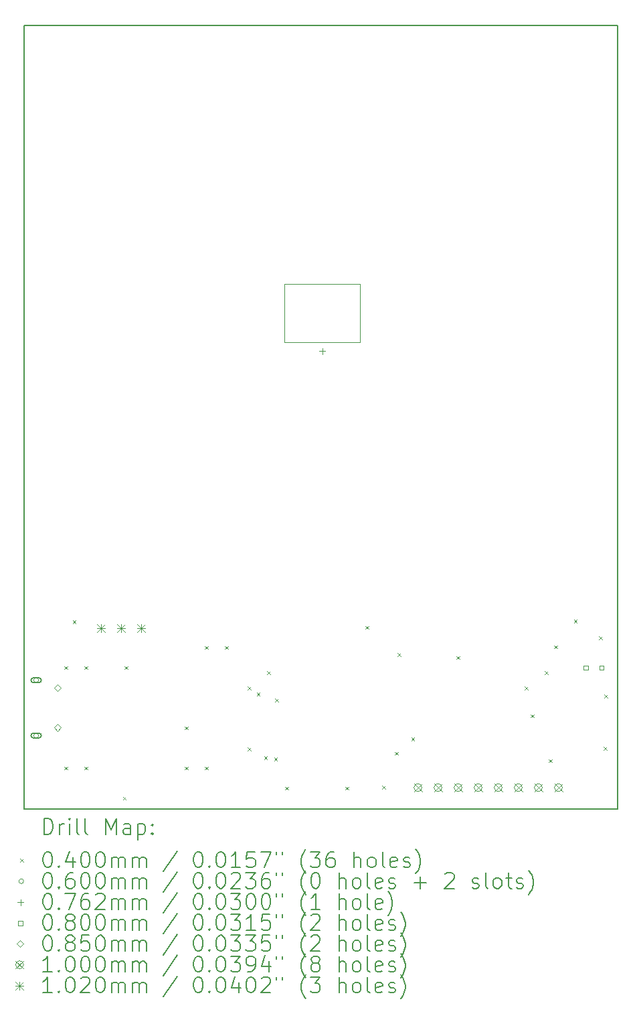
<source format=gbr>
%TF.GenerationSoftware,KiCad,Pcbnew,(6.0.7)*%
%TF.CreationDate,2022-10-30T14:33:14-06:00*%
%TF.ProjectId,attiny_rfid_light,61747469-6e79-45f7-9266-69645f6c6967,rev?*%
%TF.SameCoordinates,Original*%
%TF.FileFunction,Drillmap*%
%TF.FilePolarity,Positive*%
%FSLAX45Y45*%
G04 Gerber Fmt 4.5, Leading zero omitted, Abs format (unit mm)*
G04 Created by KiCad (PCBNEW (6.0.7)) date 2022-10-30 14:33:14*
%MOMM*%
%LPD*%
G01*
G04 APERTURE LIST*
%ADD10C,0.100000*%
%ADD11C,0.200000*%
%ADD12C,0.040000*%
%ADD13C,0.060000*%
%ADD14C,0.076200*%
%ADD15C,0.080000*%
%ADD16C,0.085000*%
%ADD17C,0.102000*%
G04 APERTURE END LIST*
D10*
X9872982Y-8863151D02*
X10835262Y-8863151D01*
X10835262Y-9598376D02*
X9872982Y-9598376D01*
X9872982Y-9598376D02*
X9872982Y-8863151D01*
D11*
X6585078Y-5595631D02*
X14088262Y-5595631D01*
X14088262Y-5595631D02*
X14088262Y-15501631D01*
X14088262Y-15501631D02*
X6585078Y-15501631D01*
X6585078Y-15501631D02*
X6585078Y-5595631D01*
D10*
X10835262Y-8863151D02*
X10835262Y-9598376D01*
D11*
D12*
X7092000Y-13696000D02*
X7132000Y-13736000D01*
X7132000Y-13696000D02*
X7092000Y-13736000D01*
X7092000Y-14966000D02*
X7132000Y-15006000D01*
X7132000Y-14966000D02*
X7092000Y-15006000D01*
X7197357Y-13117320D02*
X7237357Y-13157320D01*
X7237357Y-13117320D02*
X7197357Y-13157320D01*
X7346000Y-13696000D02*
X7386000Y-13736000D01*
X7386000Y-13696000D02*
X7346000Y-13736000D01*
X7346000Y-14966000D02*
X7386000Y-15006000D01*
X7386000Y-14966000D02*
X7346000Y-15006000D01*
X7832452Y-15347208D02*
X7872452Y-15387208D01*
X7872452Y-15347208D02*
X7832452Y-15387208D01*
X7854000Y-13696000D02*
X7894000Y-13736000D01*
X7894000Y-13696000D02*
X7854000Y-13736000D01*
X8616000Y-14458000D02*
X8656000Y-14498000D01*
X8656000Y-14458000D02*
X8616000Y-14498000D01*
X8616000Y-14966000D02*
X8656000Y-15006000D01*
X8656000Y-14966000D02*
X8616000Y-15006000D01*
X8870000Y-13442000D02*
X8910000Y-13482000D01*
X8910000Y-13442000D02*
X8870000Y-13482000D01*
X8870000Y-14966000D02*
X8910000Y-15006000D01*
X8910000Y-14966000D02*
X8870000Y-15006000D01*
X9124000Y-13442000D02*
X9164000Y-13482000D01*
X9164000Y-13442000D02*
X9124000Y-13482000D01*
X9408850Y-14725770D02*
X9448850Y-14765770D01*
X9448850Y-14725770D02*
X9408850Y-14765770D01*
X9409440Y-13953840D02*
X9449440Y-13993840D01*
X9449440Y-13953840D02*
X9409440Y-13993840D01*
X9526130Y-14029860D02*
X9566130Y-14069860D01*
X9566130Y-14029860D02*
X9526130Y-14069860D01*
X9619210Y-14833410D02*
X9659210Y-14873410D01*
X9659210Y-14833410D02*
X9619210Y-14873410D01*
X9654320Y-13758200D02*
X9694320Y-13798200D01*
X9694320Y-13758200D02*
X9654320Y-13798200D01*
X9744710Y-14851080D02*
X9784710Y-14891080D01*
X9784710Y-14851080D02*
X9744710Y-14891080D01*
X9758580Y-14104150D02*
X9798580Y-14144150D01*
X9798580Y-14104150D02*
X9758580Y-14144150D01*
X9886000Y-15220000D02*
X9926000Y-15260000D01*
X9926000Y-15220000D02*
X9886000Y-15260000D01*
X10648000Y-15220000D02*
X10688000Y-15260000D01*
X10688000Y-15220000D02*
X10648000Y-15260000D01*
X10902000Y-13188000D02*
X10942000Y-13228000D01*
X10942000Y-13188000D02*
X10902000Y-13228000D01*
X11113560Y-15204980D02*
X11153560Y-15244980D01*
X11153560Y-15204980D02*
X11113560Y-15244980D01*
X11273030Y-14779100D02*
X11313030Y-14819100D01*
X11313030Y-14779100D02*
X11273030Y-14819100D01*
X11306465Y-13529565D02*
X11346465Y-13569565D01*
X11346465Y-13529565D02*
X11306465Y-13569565D01*
X11480970Y-14600550D02*
X11520970Y-14640550D01*
X11520970Y-14600550D02*
X11480970Y-14640550D01*
X12050212Y-13569497D02*
X12090212Y-13609497D01*
X12090212Y-13569497D02*
X12050212Y-13609497D01*
X12917350Y-13953840D02*
X12957350Y-13993840D01*
X12957350Y-13953840D02*
X12917350Y-13993840D01*
X12992340Y-14304760D02*
X13032340Y-14344760D01*
X13032340Y-14304760D02*
X12992340Y-14344760D01*
X13171350Y-13758200D02*
X13211350Y-13798200D01*
X13211350Y-13758200D02*
X13171350Y-13798200D01*
X13223235Y-14872302D02*
X13263235Y-14912302D01*
X13263235Y-14872302D02*
X13223235Y-14912302D01*
X13289500Y-13434000D02*
X13329500Y-13474000D01*
X13329500Y-13434000D02*
X13289500Y-13474000D01*
X13537705Y-13110271D02*
X13577705Y-13150271D01*
X13577705Y-13110271D02*
X13537705Y-13150271D01*
X13853623Y-13317595D02*
X13893623Y-13357595D01*
X13893623Y-13317595D02*
X13853623Y-13357595D01*
X13912426Y-14715806D02*
X13952426Y-14755806D01*
X13952426Y-14715806D02*
X13912426Y-14755806D01*
X13923315Y-14055903D02*
X13963315Y-14095903D01*
X13963315Y-14055903D02*
X13923315Y-14095903D01*
D13*
X6764250Y-13874000D02*
G75*
G03*
X6764250Y-13874000I-30000J0D01*
G01*
D11*
X6699250Y-13904000D02*
X6769250Y-13904000D01*
X6699250Y-13844000D02*
X6769250Y-13844000D01*
X6769250Y-13904000D02*
G75*
G03*
X6769250Y-13844000I0J30000D01*
G01*
X6699250Y-13844000D02*
G75*
G03*
X6699250Y-13904000I0J-30000D01*
G01*
D13*
X6764250Y-14574000D02*
G75*
G03*
X6764250Y-14574000I-30000J0D01*
G01*
D11*
X6769250Y-14544000D02*
X6699250Y-14544000D01*
X6769250Y-14604000D02*
X6699250Y-14604000D01*
X6699250Y-14544000D02*
G75*
G03*
X6699250Y-14604000I0J-30000D01*
G01*
X6769250Y-14604000D02*
G75*
G03*
X6769250Y-14544000I0J30000D01*
G01*
D14*
X10355350Y-9675223D02*
X10355350Y-9751423D01*
X10317250Y-9713323D02*
X10393450Y-9713323D01*
D15*
X13716394Y-13744284D02*
X13716394Y-13687715D01*
X13659825Y-13687715D01*
X13659825Y-13744284D01*
X13716394Y-13744284D01*
X13916394Y-13744284D02*
X13916394Y-13687715D01*
X13859825Y-13687715D01*
X13859825Y-13744284D01*
X13916394Y-13744284D01*
D16*
X7004250Y-14016500D02*
X7046750Y-13974000D01*
X7004250Y-13931500D01*
X6961750Y-13974000D01*
X7004250Y-14016500D01*
X7004250Y-14516500D02*
X7046750Y-14474000D01*
X7004250Y-14431500D01*
X6961750Y-14474000D01*
X7004250Y-14516500D01*
D10*
X11515860Y-15181370D02*
X11615860Y-15281370D01*
X11615860Y-15181370D02*
X11515860Y-15281370D01*
X11615860Y-15231370D02*
G75*
G03*
X11615860Y-15231370I-50000J0D01*
G01*
X11769860Y-15181370D02*
X11869860Y-15281370D01*
X11869860Y-15181370D02*
X11769860Y-15281370D01*
X11869860Y-15231370D02*
G75*
G03*
X11869860Y-15231370I-50000J0D01*
G01*
X12023860Y-15181370D02*
X12123860Y-15281370D01*
X12123860Y-15181370D02*
X12023860Y-15281370D01*
X12123860Y-15231370D02*
G75*
G03*
X12123860Y-15231370I-50000J0D01*
G01*
X12277860Y-15181370D02*
X12377860Y-15281370D01*
X12377860Y-15181370D02*
X12277860Y-15281370D01*
X12377860Y-15231370D02*
G75*
G03*
X12377860Y-15231370I-50000J0D01*
G01*
X12531860Y-15181370D02*
X12631860Y-15281370D01*
X12631860Y-15181370D02*
X12531860Y-15281370D01*
X12631860Y-15231370D02*
G75*
G03*
X12631860Y-15231370I-50000J0D01*
G01*
X12785860Y-15181370D02*
X12885860Y-15281370D01*
X12885860Y-15181370D02*
X12785860Y-15281370D01*
X12885860Y-15231370D02*
G75*
G03*
X12885860Y-15231370I-50000J0D01*
G01*
X13039860Y-15181370D02*
X13139860Y-15281370D01*
X13139860Y-15181370D02*
X13039860Y-15281370D01*
X13139860Y-15231370D02*
G75*
G03*
X13139860Y-15231370I-50000J0D01*
G01*
X13293860Y-15181370D02*
X13393860Y-15281370D01*
X13393860Y-15181370D02*
X13293860Y-15281370D01*
X13393860Y-15231370D02*
G75*
G03*
X13393860Y-15231370I-50000J0D01*
G01*
D17*
X7503240Y-13168440D02*
X7605240Y-13270440D01*
X7605240Y-13168440D02*
X7503240Y-13270440D01*
X7554240Y-13168440D02*
X7554240Y-13270440D01*
X7503240Y-13219440D02*
X7605240Y-13219440D01*
X7757240Y-13168440D02*
X7859240Y-13270440D01*
X7859240Y-13168440D02*
X7757240Y-13270440D01*
X7808240Y-13168440D02*
X7808240Y-13270440D01*
X7757240Y-13219440D02*
X7859240Y-13219440D01*
X8011240Y-13168440D02*
X8113240Y-13270440D01*
X8113240Y-13168440D02*
X8011240Y-13270440D01*
X8062240Y-13168440D02*
X8062240Y-13270440D01*
X8011240Y-13219440D02*
X8113240Y-13219440D01*
D11*
X6832697Y-15822107D02*
X6832697Y-15622107D01*
X6880316Y-15622107D01*
X6908887Y-15631631D01*
X6927935Y-15650678D01*
X6937459Y-15669726D01*
X6946982Y-15707821D01*
X6946982Y-15736393D01*
X6937459Y-15774488D01*
X6927935Y-15793536D01*
X6908887Y-15812583D01*
X6880316Y-15822107D01*
X6832697Y-15822107D01*
X7032697Y-15822107D02*
X7032697Y-15688774D01*
X7032697Y-15726869D02*
X7042220Y-15707821D01*
X7051744Y-15698297D01*
X7070792Y-15688774D01*
X7089840Y-15688774D01*
X7156506Y-15822107D02*
X7156506Y-15688774D01*
X7156506Y-15622107D02*
X7146982Y-15631631D01*
X7156506Y-15641155D01*
X7166030Y-15631631D01*
X7156506Y-15622107D01*
X7156506Y-15641155D01*
X7280316Y-15822107D02*
X7261268Y-15812583D01*
X7251744Y-15793536D01*
X7251744Y-15622107D01*
X7385078Y-15822107D02*
X7366030Y-15812583D01*
X7356506Y-15793536D01*
X7356506Y-15622107D01*
X7613649Y-15822107D02*
X7613649Y-15622107D01*
X7680316Y-15764964D01*
X7746982Y-15622107D01*
X7746982Y-15822107D01*
X7927935Y-15822107D02*
X7927935Y-15717345D01*
X7918411Y-15698297D01*
X7899363Y-15688774D01*
X7861268Y-15688774D01*
X7842220Y-15698297D01*
X7927935Y-15812583D02*
X7908887Y-15822107D01*
X7861268Y-15822107D01*
X7842220Y-15812583D01*
X7832697Y-15793536D01*
X7832697Y-15774488D01*
X7842220Y-15755440D01*
X7861268Y-15745917D01*
X7908887Y-15745917D01*
X7927935Y-15736393D01*
X8023173Y-15688774D02*
X8023173Y-15888774D01*
X8023173Y-15698297D02*
X8042220Y-15688774D01*
X8080316Y-15688774D01*
X8099363Y-15698297D01*
X8108887Y-15707821D01*
X8118411Y-15726869D01*
X8118411Y-15784012D01*
X8108887Y-15803059D01*
X8099363Y-15812583D01*
X8080316Y-15822107D01*
X8042220Y-15822107D01*
X8023173Y-15812583D01*
X8204125Y-15803059D02*
X8213649Y-15812583D01*
X8204125Y-15822107D01*
X8194601Y-15812583D01*
X8204125Y-15803059D01*
X8204125Y-15822107D01*
X8204125Y-15698297D02*
X8213649Y-15707821D01*
X8204125Y-15717345D01*
X8194601Y-15707821D01*
X8204125Y-15698297D01*
X8204125Y-15717345D01*
D12*
X6535078Y-16131631D02*
X6575078Y-16171631D01*
X6575078Y-16131631D02*
X6535078Y-16171631D01*
D11*
X6870792Y-16042107D02*
X6889840Y-16042107D01*
X6908887Y-16051631D01*
X6918411Y-16061155D01*
X6927935Y-16080202D01*
X6937459Y-16118297D01*
X6937459Y-16165917D01*
X6927935Y-16204012D01*
X6918411Y-16223059D01*
X6908887Y-16232583D01*
X6889840Y-16242107D01*
X6870792Y-16242107D01*
X6851744Y-16232583D01*
X6842220Y-16223059D01*
X6832697Y-16204012D01*
X6823173Y-16165917D01*
X6823173Y-16118297D01*
X6832697Y-16080202D01*
X6842220Y-16061155D01*
X6851744Y-16051631D01*
X6870792Y-16042107D01*
X7023173Y-16223059D02*
X7032697Y-16232583D01*
X7023173Y-16242107D01*
X7013649Y-16232583D01*
X7023173Y-16223059D01*
X7023173Y-16242107D01*
X7204125Y-16108774D02*
X7204125Y-16242107D01*
X7156506Y-16032583D02*
X7108887Y-16175440D01*
X7232697Y-16175440D01*
X7346982Y-16042107D02*
X7366030Y-16042107D01*
X7385078Y-16051631D01*
X7394601Y-16061155D01*
X7404125Y-16080202D01*
X7413649Y-16118297D01*
X7413649Y-16165917D01*
X7404125Y-16204012D01*
X7394601Y-16223059D01*
X7385078Y-16232583D01*
X7366030Y-16242107D01*
X7346982Y-16242107D01*
X7327935Y-16232583D01*
X7318411Y-16223059D01*
X7308887Y-16204012D01*
X7299363Y-16165917D01*
X7299363Y-16118297D01*
X7308887Y-16080202D01*
X7318411Y-16061155D01*
X7327935Y-16051631D01*
X7346982Y-16042107D01*
X7537459Y-16042107D02*
X7556506Y-16042107D01*
X7575554Y-16051631D01*
X7585078Y-16061155D01*
X7594601Y-16080202D01*
X7604125Y-16118297D01*
X7604125Y-16165917D01*
X7594601Y-16204012D01*
X7585078Y-16223059D01*
X7575554Y-16232583D01*
X7556506Y-16242107D01*
X7537459Y-16242107D01*
X7518411Y-16232583D01*
X7508887Y-16223059D01*
X7499363Y-16204012D01*
X7489840Y-16165917D01*
X7489840Y-16118297D01*
X7499363Y-16080202D01*
X7508887Y-16061155D01*
X7518411Y-16051631D01*
X7537459Y-16042107D01*
X7689840Y-16242107D02*
X7689840Y-16108774D01*
X7689840Y-16127821D02*
X7699363Y-16118297D01*
X7718411Y-16108774D01*
X7746982Y-16108774D01*
X7766030Y-16118297D01*
X7775554Y-16137345D01*
X7775554Y-16242107D01*
X7775554Y-16137345D02*
X7785078Y-16118297D01*
X7804125Y-16108774D01*
X7832697Y-16108774D01*
X7851744Y-16118297D01*
X7861268Y-16137345D01*
X7861268Y-16242107D01*
X7956506Y-16242107D02*
X7956506Y-16108774D01*
X7956506Y-16127821D02*
X7966030Y-16118297D01*
X7985078Y-16108774D01*
X8013649Y-16108774D01*
X8032697Y-16118297D01*
X8042220Y-16137345D01*
X8042220Y-16242107D01*
X8042220Y-16137345D02*
X8051744Y-16118297D01*
X8070792Y-16108774D01*
X8099363Y-16108774D01*
X8118411Y-16118297D01*
X8127935Y-16137345D01*
X8127935Y-16242107D01*
X8518411Y-16032583D02*
X8346982Y-16289726D01*
X8775554Y-16042107D02*
X8794602Y-16042107D01*
X8813649Y-16051631D01*
X8823173Y-16061155D01*
X8832697Y-16080202D01*
X8842221Y-16118297D01*
X8842221Y-16165917D01*
X8832697Y-16204012D01*
X8823173Y-16223059D01*
X8813649Y-16232583D01*
X8794602Y-16242107D01*
X8775554Y-16242107D01*
X8756506Y-16232583D01*
X8746982Y-16223059D01*
X8737459Y-16204012D01*
X8727935Y-16165917D01*
X8727935Y-16118297D01*
X8737459Y-16080202D01*
X8746982Y-16061155D01*
X8756506Y-16051631D01*
X8775554Y-16042107D01*
X8927935Y-16223059D02*
X8937459Y-16232583D01*
X8927935Y-16242107D01*
X8918411Y-16232583D01*
X8927935Y-16223059D01*
X8927935Y-16242107D01*
X9061268Y-16042107D02*
X9080316Y-16042107D01*
X9099363Y-16051631D01*
X9108887Y-16061155D01*
X9118411Y-16080202D01*
X9127935Y-16118297D01*
X9127935Y-16165917D01*
X9118411Y-16204012D01*
X9108887Y-16223059D01*
X9099363Y-16232583D01*
X9080316Y-16242107D01*
X9061268Y-16242107D01*
X9042221Y-16232583D01*
X9032697Y-16223059D01*
X9023173Y-16204012D01*
X9013649Y-16165917D01*
X9013649Y-16118297D01*
X9023173Y-16080202D01*
X9032697Y-16061155D01*
X9042221Y-16051631D01*
X9061268Y-16042107D01*
X9318411Y-16242107D02*
X9204125Y-16242107D01*
X9261268Y-16242107D02*
X9261268Y-16042107D01*
X9242221Y-16070678D01*
X9223173Y-16089726D01*
X9204125Y-16099250D01*
X9499363Y-16042107D02*
X9404125Y-16042107D01*
X9394602Y-16137345D01*
X9404125Y-16127821D01*
X9423173Y-16118297D01*
X9470792Y-16118297D01*
X9489840Y-16127821D01*
X9499363Y-16137345D01*
X9508887Y-16156393D01*
X9508887Y-16204012D01*
X9499363Y-16223059D01*
X9489840Y-16232583D01*
X9470792Y-16242107D01*
X9423173Y-16242107D01*
X9404125Y-16232583D01*
X9394602Y-16223059D01*
X9575554Y-16042107D02*
X9708887Y-16042107D01*
X9623173Y-16242107D01*
X9775554Y-16042107D02*
X9775554Y-16080202D01*
X9851744Y-16042107D02*
X9851744Y-16080202D01*
X10146982Y-16318297D02*
X10137459Y-16308774D01*
X10118411Y-16280202D01*
X10108887Y-16261155D01*
X10099363Y-16232583D01*
X10089840Y-16184964D01*
X10089840Y-16146869D01*
X10099363Y-16099250D01*
X10108887Y-16070678D01*
X10118411Y-16051631D01*
X10137459Y-16023059D01*
X10146982Y-16013536D01*
X10204125Y-16042107D02*
X10327935Y-16042107D01*
X10261268Y-16118297D01*
X10289840Y-16118297D01*
X10308887Y-16127821D01*
X10318411Y-16137345D01*
X10327935Y-16156393D01*
X10327935Y-16204012D01*
X10318411Y-16223059D01*
X10308887Y-16232583D01*
X10289840Y-16242107D01*
X10232697Y-16242107D01*
X10213649Y-16232583D01*
X10204125Y-16223059D01*
X10499363Y-16042107D02*
X10461268Y-16042107D01*
X10442221Y-16051631D01*
X10432697Y-16061155D01*
X10413649Y-16089726D01*
X10404125Y-16127821D01*
X10404125Y-16204012D01*
X10413649Y-16223059D01*
X10423173Y-16232583D01*
X10442221Y-16242107D01*
X10480316Y-16242107D01*
X10499363Y-16232583D01*
X10508887Y-16223059D01*
X10518411Y-16204012D01*
X10518411Y-16156393D01*
X10508887Y-16137345D01*
X10499363Y-16127821D01*
X10480316Y-16118297D01*
X10442221Y-16118297D01*
X10423173Y-16127821D01*
X10413649Y-16137345D01*
X10404125Y-16156393D01*
X10756506Y-16242107D02*
X10756506Y-16042107D01*
X10842221Y-16242107D02*
X10842221Y-16137345D01*
X10832697Y-16118297D01*
X10813649Y-16108774D01*
X10785078Y-16108774D01*
X10766030Y-16118297D01*
X10756506Y-16127821D01*
X10966030Y-16242107D02*
X10946982Y-16232583D01*
X10937459Y-16223059D01*
X10927935Y-16204012D01*
X10927935Y-16146869D01*
X10937459Y-16127821D01*
X10946982Y-16118297D01*
X10966030Y-16108774D01*
X10994602Y-16108774D01*
X11013649Y-16118297D01*
X11023173Y-16127821D01*
X11032697Y-16146869D01*
X11032697Y-16204012D01*
X11023173Y-16223059D01*
X11013649Y-16232583D01*
X10994602Y-16242107D01*
X10966030Y-16242107D01*
X11146982Y-16242107D02*
X11127935Y-16232583D01*
X11118411Y-16213536D01*
X11118411Y-16042107D01*
X11299363Y-16232583D02*
X11280316Y-16242107D01*
X11242220Y-16242107D01*
X11223173Y-16232583D01*
X11213649Y-16213536D01*
X11213649Y-16137345D01*
X11223173Y-16118297D01*
X11242220Y-16108774D01*
X11280316Y-16108774D01*
X11299363Y-16118297D01*
X11308887Y-16137345D01*
X11308887Y-16156393D01*
X11213649Y-16175440D01*
X11385078Y-16232583D02*
X11404125Y-16242107D01*
X11442220Y-16242107D01*
X11461268Y-16232583D01*
X11470792Y-16213536D01*
X11470792Y-16204012D01*
X11461268Y-16184964D01*
X11442220Y-16175440D01*
X11413649Y-16175440D01*
X11394601Y-16165917D01*
X11385078Y-16146869D01*
X11385078Y-16137345D01*
X11394601Y-16118297D01*
X11413649Y-16108774D01*
X11442220Y-16108774D01*
X11461268Y-16118297D01*
X11537459Y-16318297D02*
X11546982Y-16308774D01*
X11566030Y-16280202D01*
X11575554Y-16261155D01*
X11585078Y-16232583D01*
X11594601Y-16184964D01*
X11594601Y-16146869D01*
X11585078Y-16099250D01*
X11575554Y-16070678D01*
X11566030Y-16051631D01*
X11546982Y-16023059D01*
X11537459Y-16013536D01*
D13*
X6575078Y-16415631D02*
G75*
G03*
X6575078Y-16415631I-30000J0D01*
G01*
D11*
X6870792Y-16306107D02*
X6889840Y-16306107D01*
X6908887Y-16315631D01*
X6918411Y-16325155D01*
X6927935Y-16344202D01*
X6937459Y-16382297D01*
X6937459Y-16429917D01*
X6927935Y-16468012D01*
X6918411Y-16487059D01*
X6908887Y-16496583D01*
X6889840Y-16506107D01*
X6870792Y-16506107D01*
X6851744Y-16496583D01*
X6842220Y-16487059D01*
X6832697Y-16468012D01*
X6823173Y-16429917D01*
X6823173Y-16382297D01*
X6832697Y-16344202D01*
X6842220Y-16325155D01*
X6851744Y-16315631D01*
X6870792Y-16306107D01*
X7023173Y-16487059D02*
X7032697Y-16496583D01*
X7023173Y-16506107D01*
X7013649Y-16496583D01*
X7023173Y-16487059D01*
X7023173Y-16506107D01*
X7204125Y-16306107D02*
X7166030Y-16306107D01*
X7146982Y-16315631D01*
X7137459Y-16325155D01*
X7118411Y-16353726D01*
X7108887Y-16391821D01*
X7108887Y-16468012D01*
X7118411Y-16487059D01*
X7127935Y-16496583D01*
X7146982Y-16506107D01*
X7185078Y-16506107D01*
X7204125Y-16496583D01*
X7213649Y-16487059D01*
X7223173Y-16468012D01*
X7223173Y-16420393D01*
X7213649Y-16401345D01*
X7204125Y-16391821D01*
X7185078Y-16382297D01*
X7146982Y-16382297D01*
X7127935Y-16391821D01*
X7118411Y-16401345D01*
X7108887Y-16420393D01*
X7346982Y-16306107D02*
X7366030Y-16306107D01*
X7385078Y-16315631D01*
X7394601Y-16325155D01*
X7404125Y-16344202D01*
X7413649Y-16382297D01*
X7413649Y-16429917D01*
X7404125Y-16468012D01*
X7394601Y-16487059D01*
X7385078Y-16496583D01*
X7366030Y-16506107D01*
X7346982Y-16506107D01*
X7327935Y-16496583D01*
X7318411Y-16487059D01*
X7308887Y-16468012D01*
X7299363Y-16429917D01*
X7299363Y-16382297D01*
X7308887Y-16344202D01*
X7318411Y-16325155D01*
X7327935Y-16315631D01*
X7346982Y-16306107D01*
X7537459Y-16306107D02*
X7556506Y-16306107D01*
X7575554Y-16315631D01*
X7585078Y-16325155D01*
X7594601Y-16344202D01*
X7604125Y-16382297D01*
X7604125Y-16429917D01*
X7594601Y-16468012D01*
X7585078Y-16487059D01*
X7575554Y-16496583D01*
X7556506Y-16506107D01*
X7537459Y-16506107D01*
X7518411Y-16496583D01*
X7508887Y-16487059D01*
X7499363Y-16468012D01*
X7489840Y-16429917D01*
X7489840Y-16382297D01*
X7499363Y-16344202D01*
X7508887Y-16325155D01*
X7518411Y-16315631D01*
X7537459Y-16306107D01*
X7689840Y-16506107D02*
X7689840Y-16372774D01*
X7689840Y-16391821D02*
X7699363Y-16382297D01*
X7718411Y-16372774D01*
X7746982Y-16372774D01*
X7766030Y-16382297D01*
X7775554Y-16401345D01*
X7775554Y-16506107D01*
X7775554Y-16401345D02*
X7785078Y-16382297D01*
X7804125Y-16372774D01*
X7832697Y-16372774D01*
X7851744Y-16382297D01*
X7861268Y-16401345D01*
X7861268Y-16506107D01*
X7956506Y-16506107D02*
X7956506Y-16372774D01*
X7956506Y-16391821D02*
X7966030Y-16382297D01*
X7985078Y-16372774D01*
X8013649Y-16372774D01*
X8032697Y-16382297D01*
X8042220Y-16401345D01*
X8042220Y-16506107D01*
X8042220Y-16401345D02*
X8051744Y-16382297D01*
X8070792Y-16372774D01*
X8099363Y-16372774D01*
X8118411Y-16382297D01*
X8127935Y-16401345D01*
X8127935Y-16506107D01*
X8518411Y-16296583D02*
X8346982Y-16553726D01*
X8775554Y-16306107D02*
X8794602Y-16306107D01*
X8813649Y-16315631D01*
X8823173Y-16325155D01*
X8832697Y-16344202D01*
X8842221Y-16382297D01*
X8842221Y-16429917D01*
X8832697Y-16468012D01*
X8823173Y-16487059D01*
X8813649Y-16496583D01*
X8794602Y-16506107D01*
X8775554Y-16506107D01*
X8756506Y-16496583D01*
X8746982Y-16487059D01*
X8737459Y-16468012D01*
X8727935Y-16429917D01*
X8727935Y-16382297D01*
X8737459Y-16344202D01*
X8746982Y-16325155D01*
X8756506Y-16315631D01*
X8775554Y-16306107D01*
X8927935Y-16487059D02*
X8937459Y-16496583D01*
X8927935Y-16506107D01*
X8918411Y-16496583D01*
X8927935Y-16487059D01*
X8927935Y-16506107D01*
X9061268Y-16306107D02*
X9080316Y-16306107D01*
X9099363Y-16315631D01*
X9108887Y-16325155D01*
X9118411Y-16344202D01*
X9127935Y-16382297D01*
X9127935Y-16429917D01*
X9118411Y-16468012D01*
X9108887Y-16487059D01*
X9099363Y-16496583D01*
X9080316Y-16506107D01*
X9061268Y-16506107D01*
X9042221Y-16496583D01*
X9032697Y-16487059D01*
X9023173Y-16468012D01*
X9013649Y-16429917D01*
X9013649Y-16382297D01*
X9023173Y-16344202D01*
X9032697Y-16325155D01*
X9042221Y-16315631D01*
X9061268Y-16306107D01*
X9204125Y-16325155D02*
X9213649Y-16315631D01*
X9232697Y-16306107D01*
X9280316Y-16306107D01*
X9299363Y-16315631D01*
X9308887Y-16325155D01*
X9318411Y-16344202D01*
X9318411Y-16363250D01*
X9308887Y-16391821D01*
X9194602Y-16506107D01*
X9318411Y-16506107D01*
X9385078Y-16306107D02*
X9508887Y-16306107D01*
X9442221Y-16382297D01*
X9470792Y-16382297D01*
X9489840Y-16391821D01*
X9499363Y-16401345D01*
X9508887Y-16420393D01*
X9508887Y-16468012D01*
X9499363Y-16487059D01*
X9489840Y-16496583D01*
X9470792Y-16506107D01*
X9413649Y-16506107D01*
X9394602Y-16496583D01*
X9385078Y-16487059D01*
X9680316Y-16306107D02*
X9642221Y-16306107D01*
X9623173Y-16315631D01*
X9613649Y-16325155D01*
X9594602Y-16353726D01*
X9585078Y-16391821D01*
X9585078Y-16468012D01*
X9594602Y-16487059D01*
X9604125Y-16496583D01*
X9623173Y-16506107D01*
X9661268Y-16506107D01*
X9680316Y-16496583D01*
X9689840Y-16487059D01*
X9699363Y-16468012D01*
X9699363Y-16420393D01*
X9689840Y-16401345D01*
X9680316Y-16391821D01*
X9661268Y-16382297D01*
X9623173Y-16382297D01*
X9604125Y-16391821D01*
X9594602Y-16401345D01*
X9585078Y-16420393D01*
X9775554Y-16306107D02*
X9775554Y-16344202D01*
X9851744Y-16306107D02*
X9851744Y-16344202D01*
X10146982Y-16582297D02*
X10137459Y-16572774D01*
X10118411Y-16544202D01*
X10108887Y-16525155D01*
X10099363Y-16496583D01*
X10089840Y-16448964D01*
X10089840Y-16410869D01*
X10099363Y-16363250D01*
X10108887Y-16334678D01*
X10118411Y-16315631D01*
X10137459Y-16287059D01*
X10146982Y-16277536D01*
X10261268Y-16306107D02*
X10280316Y-16306107D01*
X10299363Y-16315631D01*
X10308887Y-16325155D01*
X10318411Y-16344202D01*
X10327935Y-16382297D01*
X10327935Y-16429917D01*
X10318411Y-16468012D01*
X10308887Y-16487059D01*
X10299363Y-16496583D01*
X10280316Y-16506107D01*
X10261268Y-16506107D01*
X10242221Y-16496583D01*
X10232697Y-16487059D01*
X10223173Y-16468012D01*
X10213649Y-16429917D01*
X10213649Y-16382297D01*
X10223173Y-16344202D01*
X10232697Y-16325155D01*
X10242221Y-16315631D01*
X10261268Y-16306107D01*
X10566030Y-16506107D02*
X10566030Y-16306107D01*
X10651744Y-16506107D02*
X10651744Y-16401345D01*
X10642221Y-16382297D01*
X10623173Y-16372774D01*
X10594602Y-16372774D01*
X10575554Y-16382297D01*
X10566030Y-16391821D01*
X10775554Y-16506107D02*
X10756506Y-16496583D01*
X10746982Y-16487059D01*
X10737459Y-16468012D01*
X10737459Y-16410869D01*
X10746982Y-16391821D01*
X10756506Y-16382297D01*
X10775554Y-16372774D01*
X10804125Y-16372774D01*
X10823173Y-16382297D01*
X10832697Y-16391821D01*
X10842221Y-16410869D01*
X10842221Y-16468012D01*
X10832697Y-16487059D01*
X10823173Y-16496583D01*
X10804125Y-16506107D01*
X10775554Y-16506107D01*
X10956506Y-16506107D02*
X10937459Y-16496583D01*
X10927935Y-16477536D01*
X10927935Y-16306107D01*
X11108887Y-16496583D02*
X11089840Y-16506107D01*
X11051744Y-16506107D01*
X11032697Y-16496583D01*
X11023173Y-16477536D01*
X11023173Y-16401345D01*
X11032697Y-16382297D01*
X11051744Y-16372774D01*
X11089840Y-16372774D01*
X11108887Y-16382297D01*
X11118411Y-16401345D01*
X11118411Y-16420393D01*
X11023173Y-16439440D01*
X11194601Y-16496583D02*
X11213649Y-16506107D01*
X11251744Y-16506107D01*
X11270792Y-16496583D01*
X11280316Y-16477536D01*
X11280316Y-16468012D01*
X11270792Y-16448964D01*
X11251744Y-16439440D01*
X11223173Y-16439440D01*
X11204125Y-16429917D01*
X11194601Y-16410869D01*
X11194601Y-16401345D01*
X11204125Y-16382297D01*
X11223173Y-16372774D01*
X11251744Y-16372774D01*
X11270792Y-16382297D01*
X11518411Y-16429917D02*
X11670792Y-16429917D01*
X11594601Y-16506107D02*
X11594601Y-16353726D01*
X11908887Y-16325155D02*
X11918411Y-16315631D01*
X11937459Y-16306107D01*
X11985078Y-16306107D01*
X12004125Y-16315631D01*
X12013649Y-16325155D01*
X12023173Y-16344202D01*
X12023173Y-16363250D01*
X12013649Y-16391821D01*
X11899363Y-16506107D01*
X12023173Y-16506107D01*
X12251744Y-16496583D02*
X12270792Y-16506107D01*
X12308887Y-16506107D01*
X12327935Y-16496583D01*
X12337459Y-16477536D01*
X12337459Y-16468012D01*
X12327935Y-16448964D01*
X12308887Y-16439440D01*
X12280316Y-16439440D01*
X12261268Y-16429917D01*
X12251744Y-16410869D01*
X12251744Y-16401345D01*
X12261268Y-16382297D01*
X12280316Y-16372774D01*
X12308887Y-16372774D01*
X12327935Y-16382297D01*
X12451744Y-16506107D02*
X12432697Y-16496583D01*
X12423173Y-16477536D01*
X12423173Y-16306107D01*
X12556506Y-16506107D02*
X12537459Y-16496583D01*
X12527935Y-16487059D01*
X12518411Y-16468012D01*
X12518411Y-16410869D01*
X12527935Y-16391821D01*
X12537459Y-16382297D01*
X12556506Y-16372774D01*
X12585078Y-16372774D01*
X12604125Y-16382297D01*
X12613649Y-16391821D01*
X12623173Y-16410869D01*
X12623173Y-16468012D01*
X12613649Y-16487059D01*
X12604125Y-16496583D01*
X12585078Y-16506107D01*
X12556506Y-16506107D01*
X12680316Y-16372774D02*
X12756506Y-16372774D01*
X12708887Y-16306107D02*
X12708887Y-16477536D01*
X12718411Y-16496583D01*
X12737459Y-16506107D01*
X12756506Y-16506107D01*
X12813649Y-16496583D02*
X12832697Y-16506107D01*
X12870792Y-16506107D01*
X12889840Y-16496583D01*
X12899363Y-16477536D01*
X12899363Y-16468012D01*
X12889840Y-16448964D01*
X12870792Y-16439440D01*
X12842220Y-16439440D01*
X12823173Y-16429917D01*
X12813649Y-16410869D01*
X12813649Y-16401345D01*
X12823173Y-16382297D01*
X12842220Y-16372774D01*
X12870792Y-16372774D01*
X12889840Y-16382297D01*
X12966030Y-16582297D02*
X12975554Y-16572774D01*
X12994601Y-16544202D01*
X13004125Y-16525155D01*
X13013649Y-16496583D01*
X13023173Y-16448964D01*
X13023173Y-16410869D01*
X13013649Y-16363250D01*
X13004125Y-16334678D01*
X12994601Y-16315631D01*
X12975554Y-16287059D01*
X12966030Y-16277536D01*
D14*
X6536978Y-16641531D02*
X6536978Y-16717731D01*
X6498878Y-16679631D02*
X6575078Y-16679631D01*
D11*
X6870792Y-16570107D02*
X6889840Y-16570107D01*
X6908887Y-16579631D01*
X6918411Y-16589155D01*
X6927935Y-16608202D01*
X6937459Y-16646297D01*
X6937459Y-16693917D01*
X6927935Y-16732012D01*
X6918411Y-16751059D01*
X6908887Y-16760583D01*
X6889840Y-16770107D01*
X6870792Y-16770107D01*
X6851744Y-16760583D01*
X6842220Y-16751059D01*
X6832697Y-16732012D01*
X6823173Y-16693917D01*
X6823173Y-16646297D01*
X6832697Y-16608202D01*
X6842220Y-16589155D01*
X6851744Y-16579631D01*
X6870792Y-16570107D01*
X7023173Y-16751059D02*
X7032697Y-16760583D01*
X7023173Y-16770107D01*
X7013649Y-16760583D01*
X7023173Y-16751059D01*
X7023173Y-16770107D01*
X7099363Y-16570107D02*
X7232697Y-16570107D01*
X7146982Y-16770107D01*
X7394601Y-16570107D02*
X7356506Y-16570107D01*
X7337459Y-16579631D01*
X7327935Y-16589155D01*
X7308887Y-16617726D01*
X7299363Y-16655821D01*
X7299363Y-16732012D01*
X7308887Y-16751059D01*
X7318411Y-16760583D01*
X7337459Y-16770107D01*
X7375554Y-16770107D01*
X7394601Y-16760583D01*
X7404125Y-16751059D01*
X7413649Y-16732012D01*
X7413649Y-16684393D01*
X7404125Y-16665345D01*
X7394601Y-16655821D01*
X7375554Y-16646297D01*
X7337459Y-16646297D01*
X7318411Y-16655821D01*
X7308887Y-16665345D01*
X7299363Y-16684393D01*
X7489840Y-16589155D02*
X7499363Y-16579631D01*
X7518411Y-16570107D01*
X7566030Y-16570107D01*
X7585078Y-16579631D01*
X7594601Y-16589155D01*
X7604125Y-16608202D01*
X7604125Y-16627250D01*
X7594601Y-16655821D01*
X7480316Y-16770107D01*
X7604125Y-16770107D01*
X7689840Y-16770107D02*
X7689840Y-16636774D01*
X7689840Y-16655821D02*
X7699363Y-16646297D01*
X7718411Y-16636774D01*
X7746982Y-16636774D01*
X7766030Y-16646297D01*
X7775554Y-16665345D01*
X7775554Y-16770107D01*
X7775554Y-16665345D02*
X7785078Y-16646297D01*
X7804125Y-16636774D01*
X7832697Y-16636774D01*
X7851744Y-16646297D01*
X7861268Y-16665345D01*
X7861268Y-16770107D01*
X7956506Y-16770107D02*
X7956506Y-16636774D01*
X7956506Y-16655821D02*
X7966030Y-16646297D01*
X7985078Y-16636774D01*
X8013649Y-16636774D01*
X8032697Y-16646297D01*
X8042220Y-16665345D01*
X8042220Y-16770107D01*
X8042220Y-16665345D02*
X8051744Y-16646297D01*
X8070792Y-16636774D01*
X8099363Y-16636774D01*
X8118411Y-16646297D01*
X8127935Y-16665345D01*
X8127935Y-16770107D01*
X8518411Y-16560583D02*
X8346982Y-16817726D01*
X8775554Y-16570107D02*
X8794602Y-16570107D01*
X8813649Y-16579631D01*
X8823173Y-16589155D01*
X8832697Y-16608202D01*
X8842221Y-16646297D01*
X8842221Y-16693917D01*
X8832697Y-16732012D01*
X8823173Y-16751059D01*
X8813649Y-16760583D01*
X8794602Y-16770107D01*
X8775554Y-16770107D01*
X8756506Y-16760583D01*
X8746982Y-16751059D01*
X8737459Y-16732012D01*
X8727935Y-16693917D01*
X8727935Y-16646297D01*
X8737459Y-16608202D01*
X8746982Y-16589155D01*
X8756506Y-16579631D01*
X8775554Y-16570107D01*
X8927935Y-16751059D02*
X8937459Y-16760583D01*
X8927935Y-16770107D01*
X8918411Y-16760583D01*
X8927935Y-16751059D01*
X8927935Y-16770107D01*
X9061268Y-16570107D02*
X9080316Y-16570107D01*
X9099363Y-16579631D01*
X9108887Y-16589155D01*
X9118411Y-16608202D01*
X9127935Y-16646297D01*
X9127935Y-16693917D01*
X9118411Y-16732012D01*
X9108887Y-16751059D01*
X9099363Y-16760583D01*
X9080316Y-16770107D01*
X9061268Y-16770107D01*
X9042221Y-16760583D01*
X9032697Y-16751059D01*
X9023173Y-16732012D01*
X9013649Y-16693917D01*
X9013649Y-16646297D01*
X9023173Y-16608202D01*
X9032697Y-16589155D01*
X9042221Y-16579631D01*
X9061268Y-16570107D01*
X9194602Y-16570107D02*
X9318411Y-16570107D01*
X9251744Y-16646297D01*
X9280316Y-16646297D01*
X9299363Y-16655821D01*
X9308887Y-16665345D01*
X9318411Y-16684393D01*
X9318411Y-16732012D01*
X9308887Y-16751059D01*
X9299363Y-16760583D01*
X9280316Y-16770107D01*
X9223173Y-16770107D01*
X9204125Y-16760583D01*
X9194602Y-16751059D01*
X9442221Y-16570107D02*
X9461268Y-16570107D01*
X9480316Y-16579631D01*
X9489840Y-16589155D01*
X9499363Y-16608202D01*
X9508887Y-16646297D01*
X9508887Y-16693917D01*
X9499363Y-16732012D01*
X9489840Y-16751059D01*
X9480316Y-16760583D01*
X9461268Y-16770107D01*
X9442221Y-16770107D01*
X9423173Y-16760583D01*
X9413649Y-16751059D01*
X9404125Y-16732012D01*
X9394602Y-16693917D01*
X9394602Y-16646297D01*
X9404125Y-16608202D01*
X9413649Y-16589155D01*
X9423173Y-16579631D01*
X9442221Y-16570107D01*
X9632697Y-16570107D02*
X9651744Y-16570107D01*
X9670792Y-16579631D01*
X9680316Y-16589155D01*
X9689840Y-16608202D01*
X9699363Y-16646297D01*
X9699363Y-16693917D01*
X9689840Y-16732012D01*
X9680316Y-16751059D01*
X9670792Y-16760583D01*
X9651744Y-16770107D01*
X9632697Y-16770107D01*
X9613649Y-16760583D01*
X9604125Y-16751059D01*
X9594602Y-16732012D01*
X9585078Y-16693917D01*
X9585078Y-16646297D01*
X9594602Y-16608202D01*
X9604125Y-16589155D01*
X9613649Y-16579631D01*
X9632697Y-16570107D01*
X9775554Y-16570107D02*
X9775554Y-16608202D01*
X9851744Y-16570107D02*
X9851744Y-16608202D01*
X10146982Y-16846298D02*
X10137459Y-16836774D01*
X10118411Y-16808202D01*
X10108887Y-16789155D01*
X10099363Y-16760583D01*
X10089840Y-16712964D01*
X10089840Y-16674869D01*
X10099363Y-16627250D01*
X10108887Y-16598678D01*
X10118411Y-16579631D01*
X10137459Y-16551059D01*
X10146982Y-16541536D01*
X10327935Y-16770107D02*
X10213649Y-16770107D01*
X10270792Y-16770107D02*
X10270792Y-16570107D01*
X10251744Y-16598678D01*
X10232697Y-16617726D01*
X10213649Y-16627250D01*
X10566030Y-16770107D02*
X10566030Y-16570107D01*
X10651744Y-16770107D02*
X10651744Y-16665345D01*
X10642221Y-16646297D01*
X10623173Y-16636774D01*
X10594602Y-16636774D01*
X10575554Y-16646297D01*
X10566030Y-16655821D01*
X10775554Y-16770107D02*
X10756506Y-16760583D01*
X10746982Y-16751059D01*
X10737459Y-16732012D01*
X10737459Y-16674869D01*
X10746982Y-16655821D01*
X10756506Y-16646297D01*
X10775554Y-16636774D01*
X10804125Y-16636774D01*
X10823173Y-16646297D01*
X10832697Y-16655821D01*
X10842221Y-16674869D01*
X10842221Y-16732012D01*
X10832697Y-16751059D01*
X10823173Y-16760583D01*
X10804125Y-16770107D01*
X10775554Y-16770107D01*
X10956506Y-16770107D02*
X10937459Y-16760583D01*
X10927935Y-16741536D01*
X10927935Y-16570107D01*
X11108887Y-16760583D02*
X11089840Y-16770107D01*
X11051744Y-16770107D01*
X11032697Y-16760583D01*
X11023173Y-16741536D01*
X11023173Y-16665345D01*
X11032697Y-16646297D01*
X11051744Y-16636774D01*
X11089840Y-16636774D01*
X11108887Y-16646297D01*
X11118411Y-16665345D01*
X11118411Y-16684393D01*
X11023173Y-16703440D01*
X11185078Y-16846298D02*
X11194601Y-16836774D01*
X11213649Y-16808202D01*
X11223173Y-16789155D01*
X11232697Y-16760583D01*
X11242220Y-16712964D01*
X11242220Y-16674869D01*
X11232697Y-16627250D01*
X11223173Y-16598678D01*
X11213649Y-16579631D01*
X11194601Y-16551059D01*
X11185078Y-16541536D01*
D15*
X6563362Y-16971915D02*
X6563362Y-16915346D01*
X6506793Y-16915346D01*
X6506793Y-16971915D01*
X6563362Y-16971915D01*
D11*
X6870792Y-16834107D02*
X6889840Y-16834107D01*
X6908887Y-16843631D01*
X6918411Y-16853155D01*
X6927935Y-16872202D01*
X6937459Y-16910298D01*
X6937459Y-16957917D01*
X6927935Y-16996012D01*
X6918411Y-17015059D01*
X6908887Y-17024583D01*
X6889840Y-17034107D01*
X6870792Y-17034107D01*
X6851744Y-17024583D01*
X6842220Y-17015059D01*
X6832697Y-16996012D01*
X6823173Y-16957917D01*
X6823173Y-16910298D01*
X6832697Y-16872202D01*
X6842220Y-16853155D01*
X6851744Y-16843631D01*
X6870792Y-16834107D01*
X7023173Y-17015059D02*
X7032697Y-17024583D01*
X7023173Y-17034107D01*
X7013649Y-17024583D01*
X7023173Y-17015059D01*
X7023173Y-17034107D01*
X7146982Y-16919821D02*
X7127935Y-16910298D01*
X7118411Y-16900774D01*
X7108887Y-16881726D01*
X7108887Y-16872202D01*
X7118411Y-16853155D01*
X7127935Y-16843631D01*
X7146982Y-16834107D01*
X7185078Y-16834107D01*
X7204125Y-16843631D01*
X7213649Y-16853155D01*
X7223173Y-16872202D01*
X7223173Y-16881726D01*
X7213649Y-16900774D01*
X7204125Y-16910298D01*
X7185078Y-16919821D01*
X7146982Y-16919821D01*
X7127935Y-16929345D01*
X7118411Y-16938869D01*
X7108887Y-16957917D01*
X7108887Y-16996012D01*
X7118411Y-17015059D01*
X7127935Y-17024583D01*
X7146982Y-17034107D01*
X7185078Y-17034107D01*
X7204125Y-17024583D01*
X7213649Y-17015059D01*
X7223173Y-16996012D01*
X7223173Y-16957917D01*
X7213649Y-16938869D01*
X7204125Y-16929345D01*
X7185078Y-16919821D01*
X7346982Y-16834107D02*
X7366030Y-16834107D01*
X7385078Y-16843631D01*
X7394601Y-16853155D01*
X7404125Y-16872202D01*
X7413649Y-16910298D01*
X7413649Y-16957917D01*
X7404125Y-16996012D01*
X7394601Y-17015059D01*
X7385078Y-17024583D01*
X7366030Y-17034107D01*
X7346982Y-17034107D01*
X7327935Y-17024583D01*
X7318411Y-17015059D01*
X7308887Y-16996012D01*
X7299363Y-16957917D01*
X7299363Y-16910298D01*
X7308887Y-16872202D01*
X7318411Y-16853155D01*
X7327935Y-16843631D01*
X7346982Y-16834107D01*
X7537459Y-16834107D02*
X7556506Y-16834107D01*
X7575554Y-16843631D01*
X7585078Y-16853155D01*
X7594601Y-16872202D01*
X7604125Y-16910298D01*
X7604125Y-16957917D01*
X7594601Y-16996012D01*
X7585078Y-17015059D01*
X7575554Y-17024583D01*
X7556506Y-17034107D01*
X7537459Y-17034107D01*
X7518411Y-17024583D01*
X7508887Y-17015059D01*
X7499363Y-16996012D01*
X7489840Y-16957917D01*
X7489840Y-16910298D01*
X7499363Y-16872202D01*
X7508887Y-16853155D01*
X7518411Y-16843631D01*
X7537459Y-16834107D01*
X7689840Y-17034107D02*
X7689840Y-16900774D01*
X7689840Y-16919821D02*
X7699363Y-16910298D01*
X7718411Y-16900774D01*
X7746982Y-16900774D01*
X7766030Y-16910298D01*
X7775554Y-16929345D01*
X7775554Y-17034107D01*
X7775554Y-16929345D02*
X7785078Y-16910298D01*
X7804125Y-16900774D01*
X7832697Y-16900774D01*
X7851744Y-16910298D01*
X7861268Y-16929345D01*
X7861268Y-17034107D01*
X7956506Y-17034107D02*
X7956506Y-16900774D01*
X7956506Y-16919821D02*
X7966030Y-16910298D01*
X7985078Y-16900774D01*
X8013649Y-16900774D01*
X8032697Y-16910298D01*
X8042220Y-16929345D01*
X8042220Y-17034107D01*
X8042220Y-16929345D02*
X8051744Y-16910298D01*
X8070792Y-16900774D01*
X8099363Y-16900774D01*
X8118411Y-16910298D01*
X8127935Y-16929345D01*
X8127935Y-17034107D01*
X8518411Y-16824583D02*
X8346982Y-17081726D01*
X8775554Y-16834107D02*
X8794602Y-16834107D01*
X8813649Y-16843631D01*
X8823173Y-16853155D01*
X8832697Y-16872202D01*
X8842221Y-16910298D01*
X8842221Y-16957917D01*
X8832697Y-16996012D01*
X8823173Y-17015059D01*
X8813649Y-17024583D01*
X8794602Y-17034107D01*
X8775554Y-17034107D01*
X8756506Y-17024583D01*
X8746982Y-17015059D01*
X8737459Y-16996012D01*
X8727935Y-16957917D01*
X8727935Y-16910298D01*
X8737459Y-16872202D01*
X8746982Y-16853155D01*
X8756506Y-16843631D01*
X8775554Y-16834107D01*
X8927935Y-17015059D02*
X8937459Y-17024583D01*
X8927935Y-17034107D01*
X8918411Y-17024583D01*
X8927935Y-17015059D01*
X8927935Y-17034107D01*
X9061268Y-16834107D02*
X9080316Y-16834107D01*
X9099363Y-16843631D01*
X9108887Y-16853155D01*
X9118411Y-16872202D01*
X9127935Y-16910298D01*
X9127935Y-16957917D01*
X9118411Y-16996012D01*
X9108887Y-17015059D01*
X9099363Y-17024583D01*
X9080316Y-17034107D01*
X9061268Y-17034107D01*
X9042221Y-17024583D01*
X9032697Y-17015059D01*
X9023173Y-16996012D01*
X9013649Y-16957917D01*
X9013649Y-16910298D01*
X9023173Y-16872202D01*
X9032697Y-16853155D01*
X9042221Y-16843631D01*
X9061268Y-16834107D01*
X9194602Y-16834107D02*
X9318411Y-16834107D01*
X9251744Y-16910298D01*
X9280316Y-16910298D01*
X9299363Y-16919821D01*
X9308887Y-16929345D01*
X9318411Y-16948393D01*
X9318411Y-16996012D01*
X9308887Y-17015059D01*
X9299363Y-17024583D01*
X9280316Y-17034107D01*
X9223173Y-17034107D01*
X9204125Y-17024583D01*
X9194602Y-17015059D01*
X9508887Y-17034107D02*
X9394602Y-17034107D01*
X9451744Y-17034107D02*
X9451744Y-16834107D01*
X9432697Y-16862679D01*
X9413649Y-16881726D01*
X9394602Y-16891250D01*
X9689840Y-16834107D02*
X9594602Y-16834107D01*
X9585078Y-16929345D01*
X9594602Y-16919821D01*
X9613649Y-16910298D01*
X9661268Y-16910298D01*
X9680316Y-16919821D01*
X9689840Y-16929345D01*
X9699363Y-16948393D01*
X9699363Y-16996012D01*
X9689840Y-17015059D01*
X9680316Y-17024583D01*
X9661268Y-17034107D01*
X9613649Y-17034107D01*
X9594602Y-17024583D01*
X9585078Y-17015059D01*
X9775554Y-16834107D02*
X9775554Y-16872202D01*
X9851744Y-16834107D02*
X9851744Y-16872202D01*
X10146982Y-17110298D02*
X10137459Y-17100774D01*
X10118411Y-17072202D01*
X10108887Y-17053155D01*
X10099363Y-17024583D01*
X10089840Y-16976964D01*
X10089840Y-16938869D01*
X10099363Y-16891250D01*
X10108887Y-16862679D01*
X10118411Y-16843631D01*
X10137459Y-16815059D01*
X10146982Y-16805536D01*
X10213649Y-16853155D02*
X10223173Y-16843631D01*
X10242221Y-16834107D01*
X10289840Y-16834107D01*
X10308887Y-16843631D01*
X10318411Y-16853155D01*
X10327935Y-16872202D01*
X10327935Y-16891250D01*
X10318411Y-16919821D01*
X10204125Y-17034107D01*
X10327935Y-17034107D01*
X10566030Y-17034107D02*
X10566030Y-16834107D01*
X10651744Y-17034107D02*
X10651744Y-16929345D01*
X10642221Y-16910298D01*
X10623173Y-16900774D01*
X10594602Y-16900774D01*
X10575554Y-16910298D01*
X10566030Y-16919821D01*
X10775554Y-17034107D02*
X10756506Y-17024583D01*
X10746982Y-17015059D01*
X10737459Y-16996012D01*
X10737459Y-16938869D01*
X10746982Y-16919821D01*
X10756506Y-16910298D01*
X10775554Y-16900774D01*
X10804125Y-16900774D01*
X10823173Y-16910298D01*
X10832697Y-16919821D01*
X10842221Y-16938869D01*
X10842221Y-16996012D01*
X10832697Y-17015059D01*
X10823173Y-17024583D01*
X10804125Y-17034107D01*
X10775554Y-17034107D01*
X10956506Y-17034107D02*
X10937459Y-17024583D01*
X10927935Y-17005536D01*
X10927935Y-16834107D01*
X11108887Y-17024583D02*
X11089840Y-17034107D01*
X11051744Y-17034107D01*
X11032697Y-17024583D01*
X11023173Y-17005536D01*
X11023173Y-16929345D01*
X11032697Y-16910298D01*
X11051744Y-16900774D01*
X11089840Y-16900774D01*
X11108887Y-16910298D01*
X11118411Y-16929345D01*
X11118411Y-16948393D01*
X11023173Y-16967440D01*
X11194601Y-17024583D02*
X11213649Y-17034107D01*
X11251744Y-17034107D01*
X11270792Y-17024583D01*
X11280316Y-17005536D01*
X11280316Y-16996012D01*
X11270792Y-16976964D01*
X11251744Y-16967440D01*
X11223173Y-16967440D01*
X11204125Y-16957917D01*
X11194601Y-16938869D01*
X11194601Y-16929345D01*
X11204125Y-16910298D01*
X11223173Y-16900774D01*
X11251744Y-16900774D01*
X11270792Y-16910298D01*
X11346982Y-17110298D02*
X11356506Y-17100774D01*
X11375554Y-17072202D01*
X11385078Y-17053155D01*
X11394601Y-17024583D01*
X11404125Y-16976964D01*
X11404125Y-16938869D01*
X11394601Y-16891250D01*
X11385078Y-16862679D01*
X11375554Y-16843631D01*
X11356506Y-16815059D01*
X11346982Y-16805536D01*
D16*
X6532578Y-17250131D02*
X6575078Y-17207631D01*
X6532578Y-17165131D01*
X6490078Y-17207631D01*
X6532578Y-17250131D01*
D11*
X6870792Y-17098107D02*
X6889840Y-17098107D01*
X6908887Y-17107631D01*
X6918411Y-17117155D01*
X6927935Y-17136202D01*
X6937459Y-17174298D01*
X6937459Y-17221917D01*
X6927935Y-17260012D01*
X6918411Y-17279059D01*
X6908887Y-17288583D01*
X6889840Y-17298107D01*
X6870792Y-17298107D01*
X6851744Y-17288583D01*
X6842220Y-17279059D01*
X6832697Y-17260012D01*
X6823173Y-17221917D01*
X6823173Y-17174298D01*
X6832697Y-17136202D01*
X6842220Y-17117155D01*
X6851744Y-17107631D01*
X6870792Y-17098107D01*
X7023173Y-17279059D02*
X7032697Y-17288583D01*
X7023173Y-17298107D01*
X7013649Y-17288583D01*
X7023173Y-17279059D01*
X7023173Y-17298107D01*
X7146982Y-17183821D02*
X7127935Y-17174298D01*
X7118411Y-17164774D01*
X7108887Y-17145726D01*
X7108887Y-17136202D01*
X7118411Y-17117155D01*
X7127935Y-17107631D01*
X7146982Y-17098107D01*
X7185078Y-17098107D01*
X7204125Y-17107631D01*
X7213649Y-17117155D01*
X7223173Y-17136202D01*
X7223173Y-17145726D01*
X7213649Y-17164774D01*
X7204125Y-17174298D01*
X7185078Y-17183821D01*
X7146982Y-17183821D01*
X7127935Y-17193345D01*
X7118411Y-17202869D01*
X7108887Y-17221917D01*
X7108887Y-17260012D01*
X7118411Y-17279059D01*
X7127935Y-17288583D01*
X7146982Y-17298107D01*
X7185078Y-17298107D01*
X7204125Y-17288583D01*
X7213649Y-17279059D01*
X7223173Y-17260012D01*
X7223173Y-17221917D01*
X7213649Y-17202869D01*
X7204125Y-17193345D01*
X7185078Y-17183821D01*
X7404125Y-17098107D02*
X7308887Y-17098107D01*
X7299363Y-17193345D01*
X7308887Y-17183821D01*
X7327935Y-17174298D01*
X7375554Y-17174298D01*
X7394601Y-17183821D01*
X7404125Y-17193345D01*
X7413649Y-17212393D01*
X7413649Y-17260012D01*
X7404125Y-17279059D01*
X7394601Y-17288583D01*
X7375554Y-17298107D01*
X7327935Y-17298107D01*
X7308887Y-17288583D01*
X7299363Y-17279059D01*
X7537459Y-17098107D02*
X7556506Y-17098107D01*
X7575554Y-17107631D01*
X7585078Y-17117155D01*
X7594601Y-17136202D01*
X7604125Y-17174298D01*
X7604125Y-17221917D01*
X7594601Y-17260012D01*
X7585078Y-17279059D01*
X7575554Y-17288583D01*
X7556506Y-17298107D01*
X7537459Y-17298107D01*
X7518411Y-17288583D01*
X7508887Y-17279059D01*
X7499363Y-17260012D01*
X7489840Y-17221917D01*
X7489840Y-17174298D01*
X7499363Y-17136202D01*
X7508887Y-17117155D01*
X7518411Y-17107631D01*
X7537459Y-17098107D01*
X7689840Y-17298107D02*
X7689840Y-17164774D01*
X7689840Y-17183821D02*
X7699363Y-17174298D01*
X7718411Y-17164774D01*
X7746982Y-17164774D01*
X7766030Y-17174298D01*
X7775554Y-17193345D01*
X7775554Y-17298107D01*
X7775554Y-17193345D02*
X7785078Y-17174298D01*
X7804125Y-17164774D01*
X7832697Y-17164774D01*
X7851744Y-17174298D01*
X7861268Y-17193345D01*
X7861268Y-17298107D01*
X7956506Y-17298107D02*
X7956506Y-17164774D01*
X7956506Y-17183821D02*
X7966030Y-17174298D01*
X7985078Y-17164774D01*
X8013649Y-17164774D01*
X8032697Y-17174298D01*
X8042220Y-17193345D01*
X8042220Y-17298107D01*
X8042220Y-17193345D02*
X8051744Y-17174298D01*
X8070792Y-17164774D01*
X8099363Y-17164774D01*
X8118411Y-17174298D01*
X8127935Y-17193345D01*
X8127935Y-17298107D01*
X8518411Y-17088583D02*
X8346982Y-17345726D01*
X8775554Y-17098107D02*
X8794602Y-17098107D01*
X8813649Y-17107631D01*
X8823173Y-17117155D01*
X8832697Y-17136202D01*
X8842221Y-17174298D01*
X8842221Y-17221917D01*
X8832697Y-17260012D01*
X8823173Y-17279059D01*
X8813649Y-17288583D01*
X8794602Y-17298107D01*
X8775554Y-17298107D01*
X8756506Y-17288583D01*
X8746982Y-17279059D01*
X8737459Y-17260012D01*
X8727935Y-17221917D01*
X8727935Y-17174298D01*
X8737459Y-17136202D01*
X8746982Y-17117155D01*
X8756506Y-17107631D01*
X8775554Y-17098107D01*
X8927935Y-17279059D02*
X8937459Y-17288583D01*
X8927935Y-17298107D01*
X8918411Y-17288583D01*
X8927935Y-17279059D01*
X8927935Y-17298107D01*
X9061268Y-17098107D02*
X9080316Y-17098107D01*
X9099363Y-17107631D01*
X9108887Y-17117155D01*
X9118411Y-17136202D01*
X9127935Y-17174298D01*
X9127935Y-17221917D01*
X9118411Y-17260012D01*
X9108887Y-17279059D01*
X9099363Y-17288583D01*
X9080316Y-17298107D01*
X9061268Y-17298107D01*
X9042221Y-17288583D01*
X9032697Y-17279059D01*
X9023173Y-17260012D01*
X9013649Y-17221917D01*
X9013649Y-17174298D01*
X9023173Y-17136202D01*
X9032697Y-17117155D01*
X9042221Y-17107631D01*
X9061268Y-17098107D01*
X9194602Y-17098107D02*
X9318411Y-17098107D01*
X9251744Y-17174298D01*
X9280316Y-17174298D01*
X9299363Y-17183821D01*
X9308887Y-17193345D01*
X9318411Y-17212393D01*
X9318411Y-17260012D01*
X9308887Y-17279059D01*
X9299363Y-17288583D01*
X9280316Y-17298107D01*
X9223173Y-17298107D01*
X9204125Y-17288583D01*
X9194602Y-17279059D01*
X9385078Y-17098107D02*
X9508887Y-17098107D01*
X9442221Y-17174298D01*
X9470792Y-17174298D01*
X9489840Y-17183821D01*
X9499363Y-17193345D01*
X9508887Y-17212393D01*
X9508887Y-17260012D01*
X9499363Y-17279059D01*
X9489840Y-17288583D01*
X9470792Y-17298107D01*
X9413649Y-17298107D01*
X9394602Y-17288583D01*
X9385078Y-17279059D01*
X9689840Y-17098107D02*
X9594602Y-17098107D01*
X9585078Y-17193345D01*
X9594602Y-17183821D01*
X9613649Y-17174298D01*
X9661268Y-17174298D01*
X9680316Y-17183821D01*
X9689840Y-17193345D01*
X9699363Y-17212393D01*
X9699363Y-17260012D01*
X9689840Y-17279059D01*
X9680316Y-17288583D01*
X9661268Y-17298107D01*
X9613649Y-17298107D01*
X9594602Y-17288583D01*
X9585078Y-17279059D01*
X9775554Y-17098107D02*
X9775554Y-17136202D01*
X9851744Y-17098107D02*
X9851744Y-17136202D01*
X10146982Y-17374298D02*
X10137459Y-17364774D01*
X10118411Y-17336202D01*
X10108887Y-17317155D01*
X10099363Y-17288583D01*
X10089840Y-17240964D01*
X10089840Y-17202869D01*
X10099363Y-17155250D01*
X10108887Y-17126679D01*
X10118411Y-17107631D01*
X10137459Y-17079059D01*
X10146982Y-17069536D01*
X10213649Y-17117155D02*
X10223173Y-17107631D01*
X10242221Y-17098107D01*
X10289840Y-17098107D01*
X10308887Y-17107631D01*
X10318411Y-17117155D01*
X10327935Y-17136202D01*
X10327935Y-17155250D01*
X10318411Y-17183821D01*
X10204125Y-17298107D01*
X10327935Y-17298107D01*
X10566030Y-17298107D02*
X10566030Y-17098107D01*
X10651744Y-17298107D02*
X10651744Y-17193345D01*
X10642221Y-17174298D01*
X10623173Y-17164774D01*
X10594602Y-17164774D01*
X10575554Y-17174298D01*
X10566030Y-17183821D01*
X10775554Y-17298107D02*
X10756506Y-17288583D01*
X10746982Y-17279059D01*
X10737459Y-17260012D01*
X10737459Y-17202869D01*
X10746982Y-17183821D01*
X10756506Y-17174298D01*
X10775554Y-17164774D01*
X10804125Y-17164774D01*
X10823173Y-17174298D01*
X10832697Y-17183821D01*
X10842221Y-17202869D01*
X10842221Y-17260012D01*
X10832697Y-17279059D01*
X10823173Y-17288583D01*
X10804125Y-17298107D01*
X10775554Y-17298107D01*
X10956506Y-17298107D02*
X10937459Y-17288583D01*
X10927935Y-17269536D01*
X10927935Y-17098107D01*
X11108887Y-17288583D02*
X11089840Y-17298107D01*
X11051744Y-17298107D01*
X11032697Y-17288583D01*
X11023173Y-17269536D01*
X11023173Y-17193345D01*
X11032697Y-17174298D01*
X11051744Y-17164774D01*
X11089840Y-17164774D01*
X11108887Y-17174298D01*
X11118411Y-17193345D01*
X11118411Y-17212393D01*
X11023173Y-17231440D01*
X11194601Y-17288583D02*
X11213649Y-17298107D01*
X11251744Y-17298107D01*
X11270792Y-17288583D01*
X11280316Y-17269536D01*
X11280316Y-17260012D01*
X11270792Y-17240964D01*
X11251744Y-17231440D01*
X11223173Y-17231440D01*
X11204125Y-17221917D01*
X11194601Y-17202869D01*
X11194601Y-17193345D01*
X11204125Y-17174298D01*
X11223173Y-17164774D01*
X11251744Y-17164774D01*
X11270792Y-17174298D01*
X11346982Y-17374298D02*
X11356506Y-17364774D01*
X11375554Y-17336202D01*
X11385078Y-17317155D01*
X11394601Y-17288583D01*
X11404125Y-17240964D01*
X11404125Y-17202869D01*
X11394601Y-17155250D01*
X11385078Y-17126679D01*
X11375554Y-17107631D01*
X11356506Y-17079059D01*
X11346982Y-17069536D01*
D10*
X6475078Y-17421631D02*
X6575078Y-17521631D01*
X6575078Y-17421631D02*
X6475078Y-17521631D01*
X6575078Y-17471631D02*
G75*
G03*
X6575078Y-17471631I-50000J0D01*
G01*
D11*
X6937459Y-17562107D02*
X6823173Y-17562107D01*
X6880316Y-17562107D02*
X6880316Y-17362107D01*
X6861268Y-17390679D01*
X6842220Y-17409726D01*
X6823173Y-17419250D01*
X7023173Y-17543059D02*
X7032697Y-17552583D01*
X7023173Y-17562107D01*
X7013649Y-17552583D01*
X7023173Y-17543059D01*
X7023173Y-17562107D01*
X7156506Y-17362107D02*
X7175554Y-17362107D01*
X7194601Y-17371631D01*
X7204125Y-17381155D01*
X7213649Y-17400202D01*
X7223173Y-17438298D01*
X7223173Y-17485917D01*
X7213649Y-17524012D01*
X7204125Y-17543059D01*
X7194601Y-17552583D01*
X7175554Y-17562107D01*
X7156506Y-17562107D01*
X7137459Y-17552583D01*
X7127935Y-17543059D01*
X7118411Y-17524012D01*
X7108887Y-17485917D01*
X7108887Y-17438298D01*
X7118411Y-17400202D01*
X7127935Y-17381155D01*
X7137459Y-17371631D01*
X7156506Y-17362107D01*
X7346982Y-17362107D02*
X7366030Y-17362107D01*
X7385078Y-17371631D01*
X7394601Y-17381155D01*
X7404125Y-17400202D01*
X7413649Y-17438298D01*
X7413649Y-17485917D01*
X7404125Y-17524012D01*
X7394601Y-17543059D01*
X7385078Y-17552583D01*
X7366030Y-17562107D01*
X7346982Y-17562107D01*
X7327935Y-17552583D01*
X7318411Y-17543059D01*
X7308887Y-17524012D01*
X7299363Y-17485917D01*
X7299363Y-17438298D01*
X7308887Y-17400202D01*
X7318411Y-17381155D01*
X7327935Y-17371631D01*
X7346982Y-17362107D01*
X7537459Y-17362107D02*
X7556506Y-17362107D01*
X7575554Y-17371631D01*
X7585078Y-17381155D01*
X7594601Y-17400202D01*
X7604125Y-17438298D01*
X7604125Y-17485917D01*
X7594601Y-17524012D01*
X7585078Y-17543059D01*
X7575554Y-17552583D01*
X7556506Y-17562107D01*
X7537459Y-17562107D01*
X7518411Y-17552583D01*
X7508887Y-17543059D01*
X7499363Y-17524012D01*
X7489840Y-17485917D01*
X7489840Y-17438298D01*
X7499363Y-17400202D01*
X7508887Y-17381155D01*
X7518411Y-17371631D01*
X7537459Y-17362107D01*
X7689840Y-17562107D02*
X7689840Y-17428774D01*
X7689840Y-17447821D02*
X7699363Y-17438298D01*
X7718411Y-17428774D01*
X7746982Y-17428774D01*
X7766030Y-17438298D01*
X7775554Y-17457345D01*
X7775554Y-17562107D01*
X7775554Y-17457345D02*
X7785078Y-17438298D01*
X7804125Y-17428774D01*
X7832697Y-17428774D01*
X7851744Y-17438298D01*
X7861268Y-17457345D01*
X7861268Y-17562107D01*
X7956506Y-17562107D02*
X7956506Y-17428774D01*
X7956506Y-17447821D02*
X7966030Y-17438298D01*
X7985078Y-17428774D01*
X8013649Y-17428774D01*
X8032697Y-17438298D01*
X8042220Y-17457345D01*
X8042220Y-17562107D01*
X8042220Y-17457345D02*
X8051744Y-17438298D01*
X8070792Y-17428774D01*
X8099363Y-17428774D01*
X8118411Y-17438298D01*
X8127935Y-17457345D01*
X8127935Y-17562107D01*
X8518411Y-17352583D02*
X8346982Y-17609726D01*
X8775554Y-17362107D02*
X8794602Y-17362107D01*
X8813649Y-17371631D01*
X8823173Y-17381155D01*
X8832697Y-17400202D01*
X8842221Y-17438298D01*
X8842221Y-17485917D01*
X8832697Y-17524012D01*
X8823173Y-17543059D01*
X8813649Y-17552583D01*
X8794602Y-17562107D01*
X8775554Y-17562107D01*
X8756506Y-17552583D01*
X8746982Y-17543059D01*
X8737459Y-17524012D01*
X8727935Y-17485917D01*
X8727935Y-17438298D01*
X8737459Y-17400202D01*
X8746982Y-17381155D01*
X8756506Y-17371631D01*
X8775554Y-17362107D01*
X8927935Y-17543059D02*
X8937459Y-17552583D01*
X8927935Y-17562107D01*
X8918411Y-17552583D01*
X8927935Y-17543059D01*
X8927935Y-17562107D01*
X9061268Y-17362107D02*
X9080316Y-17362107D01*
X9099363Y-17371631D01*
X9108887Y-17381155D01*
X9118411Y-17400202D01*
X9127935Y-17438298D01*
X9127935Y-17485917D01*
X9118411Y-17524012D01*
X9108887Y-17543059D01*
X9099363Y-17552583D01*
X9080316Y-17562107D01*
X9061268Y-17562107D01*
X9042221Y-17552583D01*
X9032697Y-17543059D01*
X9023173Y-17524012D01*
X9013649Y-17485917D01*
X9013649Y-17438298D01*
X9023173Y-17400202D01*
X9032697Y-17381155D01*
X9042221Y-17371631D01*
X9061268Y-17362107D01*
X9194602Y-17362107D02*
X9318411Y-17362107D01*
X9251744Y-17438298D01*
X9280316Y-17438298D01*
X9299363Y-17447821D01*
X9308887Y-17457345D01*
X9318411Y-17476393D01*
X9318411Y-17524012D01*
X9308887Y-17543059D01*
X9299363Y-17552583D01*
X9280316Y-17562107D01*
X9223173Y-17562107D01*
X9204125Y-17552583D01*
X9194602Y-17543059D01*
X9413649Y-17562107D02*
X9451744Y-17562107D01*
X9470792Y-17552583D01*
X9480316Y-17543059D01*
X9499363Y-17514488D01*
X9508887Y-17476393D01*
X9508887Y-17400202D01*
X9499363Y-17381155D01*
X9489840Y-17371631D01*
X9470792Y-17362107D01*
X9432697Y-17362107D01*
X9413649Y-17371631D01*
X9404125Y-17381155D01*
X9394602Y-17400202D01*
X9394602Y-17447821D01*
X9404125Y-17466869D01*
X9413649Y-17476393D01*
X9432697Y-17485917D01*
X9470792Y-17485917D01*
X9489840Y-17476393D01*
X9499363Y-17466869D01*
X9508887Y-17447821D01*
X9680316Y-17428774D02*
X9680316Y-17562107D01*
X9632697Y-17352583D02*
X9585078Y-17495440D01*
X9708887Y-17495440D01*
X9775554Y-17362107D02*
X9775554Y-17400202D01*
X9851744Y-17362107D02*
X9851744Y-17400202D01*
X10146982Y-17638298D02*
X10137459Y-17628774D01*
X10118411Y-17600202D01*
X10108887Y-17581155D01*
X10099363Y-17552583D01*
X10089840Y-17504964D01*
X10089840Y-17466869D01*
X10099363Y-17419250D01*
X10108887Y-17390679D01*
X10118411Y-17371631D01*
X10137459Y-17343059D01*
X10146982Y-17333536D01*
X10251744Y-17447821D02*
X10232697Y-17438298D01*
X10223173Y-17428774D01*
X10213649Y-17409726D01*
X10213649Y-17400202D01*
X10223173Y-17381155D01*
X10232697Y-17371631D01*
X10251744Y-17362107D01*
X10289840Y-17362107D01*
X10308887Y-17371631D01*
X10318411Y-17381155D01*
X10327935Y-17400202D01*
X10327935Y-17409726D01*
X10318411Y-17428774D01*
X10308887Y-17438298D01*
X10289840Y-17447821D01*
X10251744Y-17447821D01*
X10232697Y-17457345D01*
X10223173Y-17466869D01*
X10213649Y-17485917D01*
X10213649Y-17524012D01*
X10223173Y-17543059D01*
X10232697Y-17552583D01*
X10251744Y-17562107D01*
X10289840Y-17562107D01*
X10308887Y-17552583D01*
X10318411Y-17543059D01*
X10327935Y-17524012D01*
X10327935Y-17485917D01*
X10318411Y-17466869D01*
X10308887Y-17457345D01*
X10289840Y-17447821D01*
X10566030Y-17562107D02*
X10566030Y-17362107D01*
X10651744Y-17562107D02*
X10651744Y-17457345D01*
X10642221Y-17438298D01*
X10623173Y-17428774D01*
X10594602Y-17428774D01*
X10575554Y-17438298D01*
X10566030Y-17447821D01*
X10775554Y-17562107D02*
X10756506Y-17552583D01*
X10746982Y-17543059D01*
X10737459Y-17524012D01*
X10737459Y-17466869D01*
X10746982Y-17447821D01*
X10756506Y-17438298D01*
X10775554Y-17428774D01*
X10804125Y-17428774D01*
X10823173Y-17438298D01*
X10832697Y-17447821D01*
X10842221Y-17466869D01*
X10842221Y-17524012D01*
X10832697Y-17543059D01*
X10823173Y-17552583D01*
X10804125Y-17562107D01*
X10775554Y-17562107D01*
X10956506Y-17562107D02*
X10937459Y-17552583D01*
X10927935Y-17533536D01*
X10927935Y-17362107D01*
X11108887Y-17552583D02*
X11089840Y-17562107D01*
X11051744Y-17562107D01*
X11032697Y-17552583D01*
X11023173Y-17533536D01*
X11023173Y-17457345D01*
X11032697Y-17438298D01*
X11051744Y-17428774D01*
X11089840Y-17428774D01*
X11108887Y-17438298D01*
X11118411Y-17457345D01*
X11118411Y-17476393D01*
X11023173Y-17495440D01*
X11194601Y-17552583D02*
X11213649Y-17562107D01*
X11251744Y-17562107D01*
X11270792Y-17552583D01*
X11280316Y-17533536D01*
X11280316Y-17524012D01*
X11270792Y-17504964D01*
X11251744Y-17495440D01*
X11223173Y-17495440D01*
X11204125Y-17485917D01*
X11194601Y-17466869D01*
X11194601Y-17457345D01*
X11204125Y-17438298D01*
X11223173Y-17428774D01*
X11251744Y-17428774D01*
X11270792Y-17438298D01*
X11346982Y-17638298D02*
X11356506Y-17628774D01*
X11375554Y-17600202D01*
X11385078Y-17581155D01*
X11394601Y-17552583D01*
X11404125Y-17504964D01*
X11404125Y-17466869D01*
X11394601Y-17419250D01*
X11385078Y-17390679D01*
X11375554Y-17371631D01*
X11356506Y-17343059D01*
X11346982Y-17333536D01*
D17*
X6473078Y-17684631D02*
X6575078Y-17786631D01*
X6575078Y-17684631D02*
X6473078Y-17786631D01*
X6524078Y-17684631D02*
X6524078Y-17786631D01*
X6473078Y-17735631D02*
X6575078Y-17735631D01*
D11*
X6937459Y-17826107D02*
X6823173Y-17826107D01*
X6880316Y-17826107D02*
X6880316Y-17626107D01*
X6861268Y-17654679D01*
X6842220Y-17673726D01*
X6823173Y-17683250D01*
X7023173Y-17807059D02*
X7032697Y-17816583D01*
X7023173Y-17826107D01*
X7013649Y-17816583D01*
X7023173Y-17807059D01*
X7023173Y-17826107D01*
X7156506Y-17626107D02*
X7175554Y-17626107D01*
X7194601Y-17635631D01*
X7204125Y-17645155D01*
X7213649Y-17664202D01*
X7223173Y-17702298D01*
X7223173Y-17749917D01*
X7213649Y-17788012D01*
X7204125Y-17807059D01*
X7194601Y-17816583D01*
X7175554Y-17826107D01*
X7156506Y-17826107D01*
X7137459Y-17816583D01*
X7127935Y-17807059D01*
X7118411Y-17788012D01*
X7108887Y-17749917D01*
X7108887Y-17702298D01*
X7118411Y-17664202D01*
X7127935Y-17645155D01*
X7137459Y-17635631D01*
X7156506Y-17626107D01*
X7299363Y-17645155D02*
X7308887Y-17635631D01*
X7327935Y-17626107D01*
X7375554Y-17626107D01*
X7394601Y-17635631D01*
X7404125Y-17645155D01*
X7413649Y-17664202D01*
X7413649Y-17683250D01*
X7404125Y-17711821D01*
X7289840Y-17826107D01*
X7413649Y-17826107D01*
X7537459Y-17626107D02*
X7556506Y-17626107D01*
X7575554Y-17635631D01*
X7585078Y-17645155D01*
X7594601Y-17664202D01*
X7604125Y-17702298D01*
X7604125Y-17749917D01*
X7594601Y-17788012D01*
X7585078Y-17807059D01*
X7575554Y-17816583D01*
X7556506Y-17826107D01*
X7537459Y-17826107D01*
X7518411Y-17816583D01*
X7508887Y-17807059D01*
X7499363Y-17788012D01*
X7489840Y-17749917D01*
X7489840Y-17702298D01*
X7499363Y-17664202D01*
X7508887Y-17645155D01*
X7518411Y-17635631D01*
X7537459Y-17626107D01*
X7689840Y-17826107D02*
X7689840Y-17692774D01*
X7689840Y-17711821D02*
X7699363Y-17702298D01*
X7718411Y-17692774D01*
X7746982Y-17692774D01*
X7766030Y-17702298D01*
X7775554Y-17721345D01*
X7775554Y-17826107D01*
X7775554Y-17721345D02*
X7785078Y-17702298D01*
X7804125Y-17692774D01*
X7832697Y-17692774D01*
X7851744Y-17702298D01*
X7861268Y-17721345D01*
X7861268Y-17826107D01*
X7956506Y-17826107D02*
X7956506Y-17692774D01*
X7956506Y-17711821D02*
X7966030Y-17702298D01*
X7985078Y-17692774D01*
X8013649Y-17692774D01*
X8032697Y-17702298D01*
X8042220Y-17721345D01*
X8042220Y-17826107D01*
X8042220Y-17721345D02*
X8051744Y-17702298D01*
X8070792Y-17692774D01*
X8099363Y-17692774D01*
X8118411Y-17702298D01*
X8127935Y-17721345D01*
X8127935Y-17826107D01*
X8518411Y-17616583D02*
X8346982Y-17873726D01*
X8775554Y-17626107D02*
X8794602Y-17626107D01*
X8813649Y-17635631D01*
X8823173Y-17645155D01*
X8832697Y-17664202D01*
X8842221Y-17702298D01*
X8842221Y-17749917D01*
X8832697Y-17788012D01*
X8823173Y-17807059D01*
X8813649Y-17816583D01*
X8794602Y-17826107D01*
X8775554Y-17826107D01*
X8756506Y-17816583D01*
X8746982Y-17807059D01*
X8737459Y-17788012D01*
X8727935Y-17749917D01*
X8727935Y-17702298D01*
X8737459Y-17664202D01*
X8746982Y-17645155D01*
X8756506Y-17635631D01*
X8775554Y-17626107D01*
X8927935Y-17807059D02*
X8937459Y-17816583D01*
X8927935Y-17826107D01*
X8918411Y-17816583D01*
X8927935Y-17807059D01*
X8927935Y-17826107D01*
X9061268Y-17626107D02*
X9080316Y-17626107D01*
X9099363Y-17635631D01*
X9108887Y-17645155D01*
X9118411Y-17664202D01*
X9127935Y-17702298D01*
X9127935Y-17749917D01*
X9118411Y-17788012D01*
X9108887Y-17807059D01*
X9099363Y-17816583D01*
X9080316Y-17826107D01*
X9061268Y-17826107D01*
X9042221Y-17816583D01*
X9032697Y-17807059D01*
X9023173Y-17788012D01*
X9013649Y-17749917D01*
X9013649Y-17702298D01*
X9023173Y-17664202D01*
X9032697Y-17645155D01*
X9042221Y-17635631D01*
X9061268Y-17626107D01*
X9299363Y-17692774D02*
X9299363Y-17826107D01*
X9251744Y-17616583D02*
X9204125Y-17759440D01*
X9327935Y-17759440D01*
X9442221Y-17626107D02*
X9461268Y-17626107D01*
X9480316Y-17635631D01*
X9489840Y-17645155D01*
X9499363Y-17664202D01*
X9508887Y-17702298D01*
X9508887Y-17749917D01*
X9499363Y-17788012D01*
X9489840Y-17807059D01*
X9480316Y-17816583D01*
X9461268Y-17826107D01*
X9442221Y-17826107D01*
X9423173Y-17816583D01*
X9413649Y-17807059D01*
X9404125Y-17788012D01*
X9394602Y-17749917D01*
X9394602Y-17702298D01*
X9404125Y-17664202D01*
X9413649Y-17645155D01*
X9423173Y-17635631D01*
X9442221Y-17626107D01*
X9585078Y-17645155D02*
X9594602Y-17635631D01*
X9613649Y-17626107D01*
X9661268Y-17626107D01*
X9680316Y-17635631D01*
X9689840Y-17645155D01*
X9699363Y-17664202D01*
X9699363Y-17683250D01*
X9689840Y-17711821D01*
X9575554Y-17826107D01*
X9699363Y-17826107D01*
X9775554Y-17626107D02*
X9775554Y-17664202D01*
X9851744Y-17626107D02*
X9851744Y-17664202D01*
X10146982Y-17902298D02*
X10137459Y-17892774D01*
X10118411Y-17864202D01*
X10108887Y-17845155D01*
X10099363Y-17816583D01*
X10089840Y-17768964D01*
X10089840Y-17730869D01*
X10099363Y-17683250D01*
X10108887Y-17654679D01*
X10118411Y-17635631D01*
X10137459Y-17607059D01*
X10146982Y-17597536D01*
X10204125Y-17626107D02*
X10327935Y-17626107D01*
X10261268Y-17702298D01*
X10289840Y-17702298D01*
X10308887Y-17711821D01*
X10318411Y-17721345D01*
X10327935Y-17740393D01*
X10327935Y-17788012D01*
X10318411Y-17807059D01*
X10308887Y-17816583D01*
X10289840Y-17826107D01*
X10232697Y-17826107D01*
X10213649Y-17816583D01*
X10204125Y-17807059D01*
X10566030Y-17826107D02*
X10566030Y-17626107D01*
X10651744Y-17826107D02*
X10651744Y-17721345D01*
X10642221Y-17702298D01*
X10623173Y-17692774D01*
X10594602Y-17692774D01*
X10575554Y-17702298D01*
X10566030Y-17711821D01*
X10775554Y-17826107D02*
X10756506Y-17816583D01*
X10746982Y-17807059D01*
X10737459Y-17788012D01*
X10737459Y-17730869D01*
X10746982Y-17711821D01*
X10756506Y-17702298D01*
X10775554Y-17692774D01*
X10804125Y-17692774D01*
X10823173Y-17702298D01*
X10832697Y-17711821D01*
X10842221Y-17730869D01*
X10842221Y-17788012D01*
X10832697Y-17807059D01*
X10823173Y-17816583D01*
X10804125Y-17826107D01*
X10775554Y-17826107D01*
X10956506Y-17826107D02*
X10937459Y-17816583D01*
X10927935Y-17797536D01*
X10927935Y-17626107D01*
X11108887Y-17816583D02*
X11089840Y-17826107D01*
X11051744Y-17826107D01*
X11032697Y-17816583D01*
X11023173Y-17797536D01*
X11023173Y-17721345D01*
X11032697Y-17702298D01*
X11051744Y-17692774D01*
X11089840Y-17692774D01*
X11108887Y-17702298D01*
X11118411Y-17721345D01*
X11118411Y-17740393D01*
X11023173Y-17759440D01*
X11194601Y-17816583D02*
X11213649Y-17826107D01*
X11251744Y-17826107D01*
X11270792Y-17816583D01*
X11280316Y-17797536D01*
X11280316Y-17788012D01*
X11270792Y-17768964D01*
X11251744Y-17759440D01*
X11223173Y-17759440D01*
X11204125Y-17749917D01*
X11194601Y-17730869D01*
X11194601Y-17721345D01*
X11204125Y-17702298D01*
X11223173Y-17692774D01*
X11251744Y-17692774D01*
X11270792Y-17702298D01*
X11346982Y-17902298D02*
X11356506Y-17892774D01*
X11375554Y-17864202D01*
X11385078Y-17845155D01*
X11394601Y-17816583D01*
X11404125Y-17768964D01*
X11404125Y-17730869D01*
X11394601Y-17683250D01*
X11385078Y-17654679D01*
X11375554Y-17635631D01*
X11356506Y-17607059D01*
X11346982Y-17597536D01*
M02*

</source>
